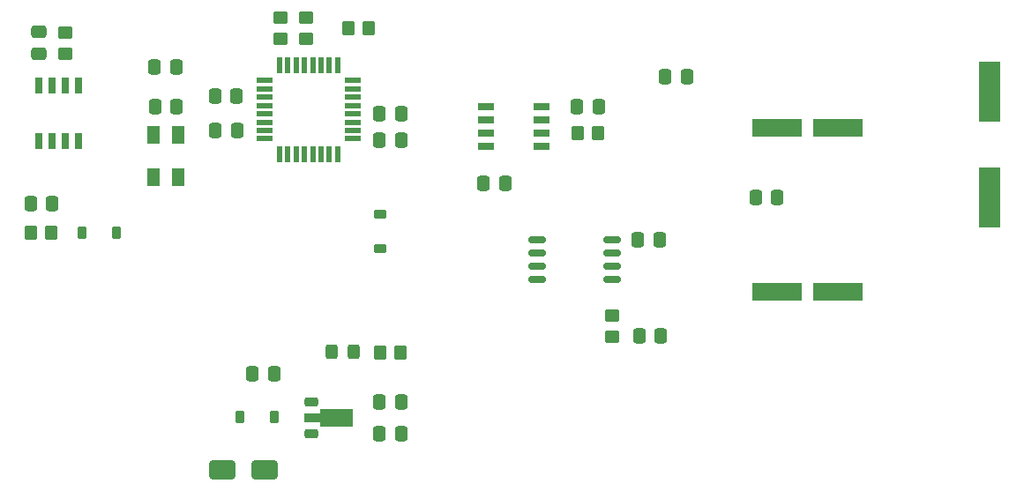
<source format=gbr>
%TF.GenerationSoftware,KiCad,Pcbnew,9.0.0*%
%TF.CreationDate,2025-04-14T20:17:52-07:00*%
%TF.ProjectId,AudioVision_v1,41756469-6f56-4697-9369-6f6e5f76312e,rev?*%
%TF.SameCoordinates,Original*%
%TF.FileFunction,Paste,Top*%
%TF.FilePolarity,Positive*%
%FSLAX46Y46*%
G04 Gerber Fmt 4.6, Leading zero omitted, Abs format (unit mm)*
G04 Created by KiCad (PCBNEW 9.0.0) date 2025-04-14 20:17:52*
%MOMM*%
%LPD*%
G01*
G04 APERTURE LIST*
G04 Aperture macros list*
%AMRoundRect*
0 Rectangle with rounded corners*
0 $1 Rounding radius*
0 $2 $3 $4 $5 $6 $7 $8 $9 X,Y pos of 4 corners*
0 Add a 4 corners polygon primitive as box body*
4,1,4,$2,$3,$4,$5,$6,$7,$8,$9,$2,$3,0*
0 Add four circle primitives for the rounded corners*
1,1,$1+$1,$2,$3*
1,1,$1+$1,$4,$5*
1,1,$1+$1,$6,$7*
1,1,$1+$1,$8,$9*
0 Add four rect primitives between the rounded corners*
20,1,$1+$1,$2,$3,$4,$5,0*
20,1,$1+$1,$4,$5,$6,$7,0*
20,1,$1+$1,$6,$7,$8,$9,0*
20,1,$1+$1,$8,$9,$2,$3,0*%
%AMFreePoly0*
4,1,9,3.862500,-0.866500,0.737500,-0.866500,0.737500,-0.450000,-0.737500,-0.450000,-0.737500,0.450000,0.737500,0.450000,0.737500,0.866500,3.862500,0.866500,3.862500,-0.866500,3.862500,-0.866500,$1*%
G04 Aperture macros list end*
%ADD10R,4.750000X1.800000*%
%ADD11RoundRect,0.225000X-0.425000X-0.225000X0.425000X-0.225000X0.425000X0.225000X-0.425000X0.225000X0*%
%ADD12FreePoly0,0.000000*%
%ADD13RoundRect,0.250000X0.337500X0.475000X-0.337500X0.475000X-0.337500X-0.475000X0.337500X-0.475000X0*%
%ADD14R,1.500000X0.600000*%
%ADD15R,0.600000X1.500000*%
%ADD16RoundRect,0.250000X-0.337500X-0.475000X0.337500X-0.475000X0.337500X0.475000X-0.337500X0.475000X0*%
%ADD17RoundRect,0.250000X-0.350000X-0.450000X0.350000X-0.450000X0.350000X0.450000X-0.350000X0.450000X0*%
%ADD18RoundRect,0.250000X-0.325000X-0.450000X0.325000X-0.450000X0.325000X0.450000X-0.325000X0.450000X0*%
%ADD19RoundRect,0.250000X0.450000X-0.350000X0.450000X0.350000X-0.450000X0.350000X-0.450000X-0.350000X0*%
%ADD20RoundRect,0.225000X-0.375000X0.225000X-0.375000X-0.225000X0.375000X-0.225000X0.375000X0.225000X0*%
%ADD21RoundRect,0.250000X-0.450000X0.350000X-0.450000X-0.350000X0.450000X-0.350000X0.450000X0.350000X0*%
%ADD22R,0.650000X1.500000*%
%ADD23RoundRect,0.250000X0.350000X0.450000X-0.350000X0.450000X-0.350000X-0.450000X0.350000X-0.450000X0*%
%ADD24RoundRect,0.225000X-0.225000X-0.375000X0.225000X-0.375000X0.225000X0.375000X-0.225000X0.375000X0*%
%ADD25R,1.500000X0.650000*%
%ADD26RoundRect,0.162500X-0.650000X-0.162500X0.650000X-0.162500X0.650000X0.162500X-0.650000X0.162500X0*%
%ADD27RoundRect,0.225000X0.225000X0.375000X-0.225000X0.375000X-0.225000X-0.375000X0.225000X-0.375000X0*%
%ADD28RoundRect,0.250000X-1.000000X-0.650000X1.000000X-0.650000X1.000000X0.650000X-1.000000X0.650000X0*%
%ADD29R,2.050000X5.800000*%
%ADD30RoundRect,0.250000X-0.475000X0.337500X-0.475000X-0.337500X0.475000X-0.337500X0.475000X0.337500X0*%
%ADD31R,1.200000X1.800000*%
G04 APERTURE END LIST*
D10*
%TO.C,C16*%
X178125000Y-105000000D03*
X184025000Y-105000000D03*
%TD*%
D11*
%TO.C,U1*%
X133425000Y-115600000D03*
D12*
X133512500Y-117100000D03*
D11*
X133425000Y-118600000D03*
%TD*%
D10*
%TO.C,C18*%
X178125000Y-89250000D03*
X184025000Y-89250000D03*
%TD*%
D13*
%TO.C,C21*%
X126325000Y-89500000D03*
X124250000Y-89500000D03*
%TD*%
D14*
%TO.C,U2*%
X128925000Y-84700000D03*
X128925000Y-85500000D03*
X128925000Y-86300000D03*
X128925000Y-87100000D03*
X128925000Y-87900000D03*
X128925000Y-88700000D03*
X128925000Y-89500000D03*
X128925000Y-90300000D03*
D15*
X130375000Y-91750000D03*
X131175000Y-91750000D03*
X131975000Y-91750000D03*
X132775000Y-91750000D03*
X133575000Y-91750000D03*
X134375000Y-91750000D03*
X135175000Y-91750000D03*
X135975000Y-91750000D03*
D14*
X137425000Y-90300000D03*
X137425000Y-89500000D03*
X137425000Y-88700000D03*
X137425000Y-87900000D03*
X137425000Y-87100000D03*
X137425000Y-86300000D03*
X137425000Y-85500000D03*
X137425000Y-84700000D03*
D15*
X135975000Y-83250000D03*
X135175000Y-83250000D03*
X134375000Y-83250000D03*
X133575000Y-83250000D03*
X132775000Y-83250000D03*
X131975000Y-83250000D03*
X131175000Y-83250000D03*
X130375000Y-83250000D03*
%TD*%
D16*
%TO.C,C19*%
X176100000Y-95900000D03*
X178175000Y-95900000D03*
%TD*%
D17*
%TO.C,R10*%
X136975000Y-79700000D03*
X138975000Y-79700000D03*
%TD*%
D18*
%TO.C,D4*%
X135425000Y-110750000D03*
X137475000Y-110750000D03*
%TD*%
D19*
%TO.C,R2*%
X130475000Y-80650000D03*
X130475000Y-78650000D03*
%TD*%
D20*
%TO.C,D2*%
X140035000Y-97550000D03*
X140035000Y-100850000D03*
%TD*%
D16*
%TO.C,C7*%
X140000000Y-87900000D03*
X142075000Y-87900000D03*
%TD*%
D21*
%TO.C,R4*%
X162325000Y-107300000D03*
X162325000Y-109300000D03*
%TD*%
D16*
%TO.C,C13*%
X106512500Y-96500000D03*
X108587500Y-96500000D03*
%TD*%
D22*
%TO.C,U4*%
X107290000Y-90550000D03*
X108560000Y-90550000D03*
X109830000Y-90550000D03*
X111100000Y-90550000D03*
X111100000Y-85150000D03*
X109830000Y-85150000D03*
X108560000Y-85150000D03*
X107290000Y-85150000D03*
%TD*%
D23*
%TO.C,R3*%
X142025000Y-110800000D03*
X140025000Y-110800000D03*
%TD*%
D13*
%TO.C,C22*%
X126287500Y-86200000D03*
X124212500Y-86200000D03*
%TD*%
D16*
%TO.C,C10*%
X164937500Y-109200000D03*
X167012500Y-109200000D03*
%TD*%
D24*
%TO.C,D6*%
X111400000Y-99350000D03*
X114700000Y-99350000D03*
%TD*%
D13*
%TO.C,C1*%
X129862500Y-112900000D03*
X127787500Y-112900000D03*
%TD*%
D21*
%TO.C,R8*%
X109830000Y-80100000D03*
X109830000Y-82100000D03*
%TD*%
D16*
%TO.C,C24*%
X164787500Y-100000000D03*
X166862500Y-100000000D03*
%TD*%
D21*
%TO.C,R1*%
X132975000Y-78650000D03*
X132975000Y-80650000D03*
%TD*%
D25*
%TO.C,VR1*%
X150175000Y-87195000D03*
X150175000Y-88465000D03*
X150175000Y-89735000D03*
X150175000Y-91005000D03*
X155575000Y-91005000D03*
X155575000Y-89735000D03*
X155575000Y-88465000D03*
X155575000Y-87195000D03*
%TD*%
D26*
%TO.C,U6*%
X155137500Y-99995000D03*
X155137500Y-101265000D03*
X155137500Y-102535000D03*
X155137500Y-103805000D03*
X162312500Y-103805000D03*
X162312500Y-102535000D03*
X162312500Y-101265000D03*
X162312500Y-99995000D03*
%TD*%
D27*
%TO.C,D3*%
X129875000Y-117050000D03*
X126575000Y-117050000D03*
%TD*%
D16*
%TO.C,C3*%
X140000000Y-115600000D03*
X142075000Y-115600000D03*
%TD*%
%TO.C,C9*%
X158937500Y-87200000D03*
X161012500Y-87200000D03*
%TD*%
D17*
%TO.C,R6*%
X158975000Y-89750000D03*
X160975000Y-89750000D03*
%TD*%
D16*
%TO.C,C8*%
X118400000Y-83400000D03*
X120475000Y-83400000D03*
%TD*%
D13*
%TO.C,C14*%
X169512500Y-84350000D03*
X167437500Y-84350000D03*
%TD*%
D16*
%TO.C,C23*%
X149975000Y-94600000D03*
X152050000Y-94600000D03*
%TD*%
D17*
%TO.C,R7*%
X106500000Y-99350000D03*
X108500000Y-99350000D03*
%TD*%
D28*
%TO.C,D1*%
X124925000Y-122100000D03*
X128925000Y-122100000D03*
%TD*%
D29*
%TO.C,C17*%
X198525000Y-85800000D03*
X198525000Y-95900000D03*
%TD*%
D30*
%TO.C,C12*%
X107295000Y-80050000D03*
X107295000Y-82125000D03*
%TD*%
D16*
%TO.C,C2*%
X140000000Y-118600000D03*
X142075000Y-118600000D03*
%TD*%
%TO.C,C20*%
X139987500Y-90400000D03*
X142062500Y-90400000D03*
%TD*%
%TO.C,C6*%
X118421015Y-87250000D03*
X120496015Y-87250000D03*
%TD*%
D31*
%TO.C,Y1*%
X120675000Y-93950000D03*
X120675000Y-89950000D03*
X118275000Y-89950000D03*
X118275000Y-93950000D03*
%TD*%
M02*

</source>
